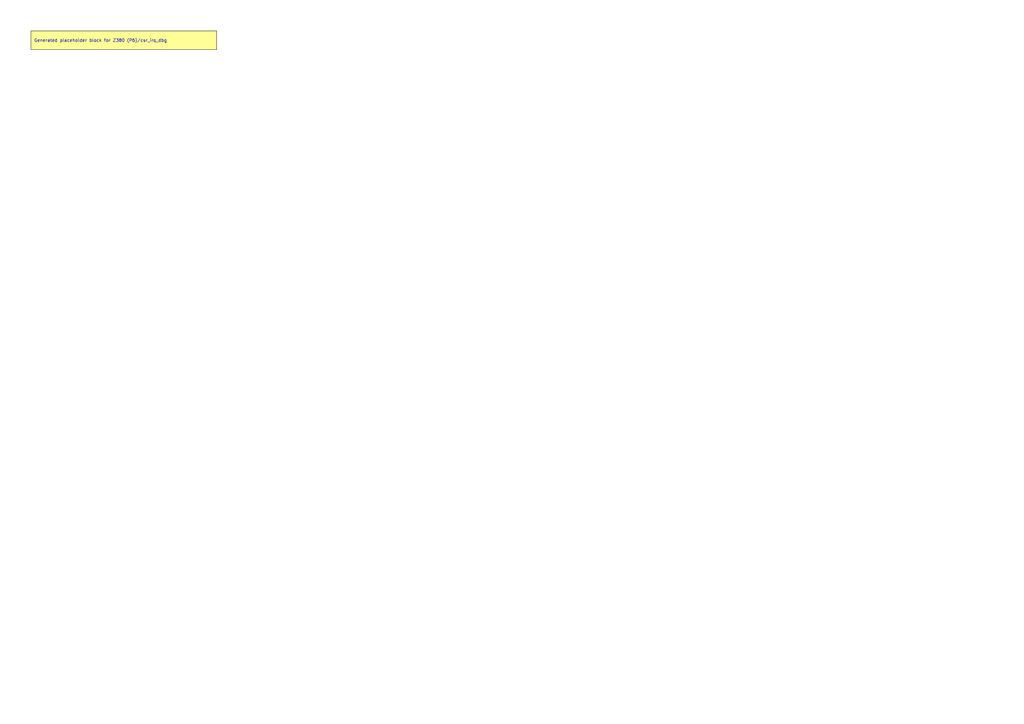
<source format=kicad_sch>
(kicad_sch
	(version 20250114)
	(generator "kicadgen")
	(generator_version "0.2")
	(uuid "9df18a22-b006-5d2b-a638-2ecc25bbfb5c")
	(paper "A3")
	(title_block
		(title "Z380 (P6)::csr_irq_dbg")
		(company "Project Carbon")
		(comment 1 "Generated - do not edit in generated/")
		(comment 2 "Edit in schem/kicad9/manual/ or refine mapping specs")
	)
	(lib_symbols)
	(text_box
		"Generated placeholder block for Z380 (P6)/csr_irq_dbg"
		(exclude_from_sim no)
		(at
			12.7
			12.7
			0
		)
		(size 76.2 7.62)
		(margins
			1.27
			1.27
			1.27
			1.27
		)
		(stroke
			(width 0)
			(type default)
			(color
				0
				0
				0
				1
			)
		)
		(fill
			(type color)
			(color
				255
				255
				150
				1
			)
		)
		(effects
			(font
				(size 1.27 1.27)
			)
			(justify left)
		)
		(uuid "07810535-11fa-5803-8478-5057187c3203")
	)
	(sheet_instances
		(path
			"/"
			(page "1")
		)
	)
	(embedded_fonts no)
)

</source>
